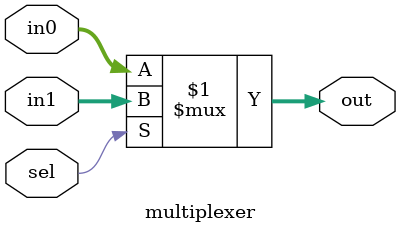
<source format=v>
`timescale 1ns / 1ps

module multiplexer #
(
    parameter        WIDTH = 28
)
(
    sel,    

    in0,
    in1,

    out
);

input sel;

input [WIDTH-1:0] in0;
input [WIDTH-1:0] in1;

output [WIDTH-1:0] out;

assign out =  sel ? in1 : in0;

endmodule

</source>
